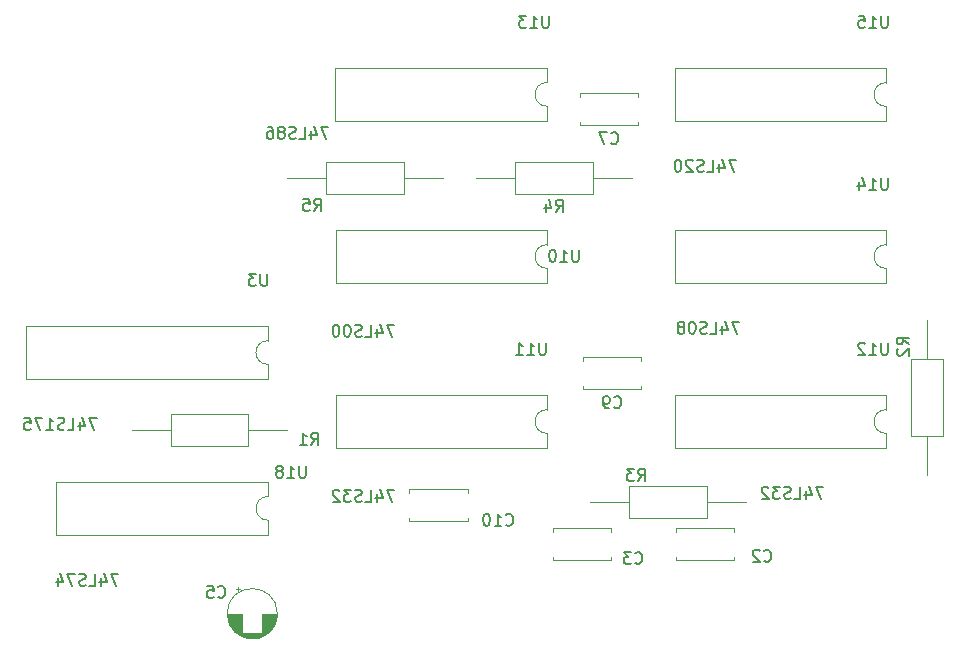
<source format=gbr>
%TF.GenerationSoftware,KiCad,Pcbnew,(6.0.7-1)-1*%
%TF.CreationDate,2022-10-12T18:16:20+11:00*%
%TF.ProjectId,CAT emulator B,43415420-656d-4756-9c61-746f7220422e,rev?*%
%TF.SameCoordinates,Original*%
%TF.FileFunction,Legend,Bot*%
%TF.FilePolarity,Positive*%
%FSLAX46Y46*%
G04 Gerber Fmt 4.6, Leading zero omitted, Abs format (unit mm)*
G04 Created by KiCad (PCBNEW (6.0.7-1)-1) date 2022-10-12 18:16:20*
%MOMM*%
%LPD*%
G01*
G04 APERTURE LIST*
%ADD10C,0.150000*%
%ADD11C,0.120000*%
G04 APERTURE END LIST*
D10*
%TO.C,R2*%
X249626380Y-97877333D02*
X249150190Y-97544000D01*
X249626380Y-97305904D02*
X248626380Y-97305904D01*
X248626380Y-97686857D01*
X248674000Y-97782095D01*
X248721619Y-97829714D01*
X248816857Y-97877333D01*
X248959714Y-97877333D01*
X249054952Y-97829714D01*
X249102571Y-97782095D01*
X249150190Y-97686857D01*
X249150190Y-97305904D01*
X248721619Y-98258285D02*
X248674000Y-98305904D01*
X248626380Y-98401142D01*
X248626380Y-98639238D01*
X248674000Y-98734476D01*
X248721619Y-98782095D01*
X248816857Y-98829714D01*
X248912095Y-98829714D01*
X249054952Y-98782095D01*
X249626380Y-98210666D01*
X249626380Y-98829714D01*
%TO.C,U18*%
X198596095Y-108164380D02*
X198596095Y-108973904D01*
X198548476Y-109069142D01*
X198500857Y-109116761D01*
X198405619Y-109164380D01*
X198215142Y-109164380D01*
X198119904Y-109116761D01*
X198072285Y-109069142D01*
X198024666Y-108973904D01*
X198024666Y-108164380D01*
X197024666Y-109164380D02*
X197596095Y-109164380D01*
X197310380Y-109164380D02*
X197310380Y-108164380D01*
X197405619Y-108307238D01*
X197500857Y-108402476D01*
X197596095Y-108450095D01*
X196453238Y-108592952D02*
X196548476Y-108545333D01*
X196596095Y-108497714D01*
X196643714Y-108402476D01*
X196643714Y-108354857D01*
X196596095Y-108259619D01*
X196548476Y-108212000D01*
X196453238Y-108164380D01*
X196262761Y-108164380D01*
X196167523Y-108212000D01*
X196119904Y-108259619D01*
X196072285Y-108354857D01*
X196072285Y-108402476D01*
X196119904Y-108497714D01*
X196167523Y-108545333D01*
X196262761Y-108592952D01*
X196453238Y-108592952D01*
X196548476Y-108640571D01*
X196596095Y-108688190D01*
X196643714Y-108783428D01*
X196643714Y-108973904D01*
X196596095Y-109069142D01*
X196548476Y-109116761D01*
X196453238Y-109164380D01*
X196262761Y-109164380D01*
X196167523Y-109116761D01*
X196119904Y-109069142D01*
X196072285Y-108973904D01*
X196072285Y-108783428D01*
X196119904Y-108688190D01*
X196167523Y-108640571D01*
X196262761Y-108592952D01*
X182728857Y-117308380D02*
X182062190Y-117308380D01*
X182490761Y-118308380D01*
X181252666Y-117641714D02*
X181252666Y-118308380D01*
X181490761Y-117260761D02*
X181728857Y-117975047D01*
X181109809Y-117975047D01*
X180252666Y-118308380D02*
X180728857Y-118308380D01*
X180728857Y-117308380D01*
X179966952Y-118260761D02*
X179824095Y-118308380D01*
X179586000Y-118308380D01*
X179490761Y-118260761D01*
X179443142Y-118213142D01*
X179395523Y-118117904D01*
X179395523Y-118022666D01*
X179443142Y-117927428D01*
X179490761Y-117879809D01*
X179586000Y-117832190D01*
X179776476Y-117784571D01*
X179871714Y-117736952D01*
X179919333Y-117689333D01*
X179966952Y-117594095D01*
X179966952Y-117498857D01*
X179919333Y-117403619D01*
X179871714Y-117356000D01*
X179776476Y-117308380D01*
X179538380Y-117308380D01*
X179395523Y-117356000D01*
X179062190Y-117308380D02*
X178395523Y-117308380D01*
X178824095Y-118308380D01*
X177586000Y-117641714D02*
X177586000Y-118308380D01*
X177824095Y-117260761D02*
X178062190Y-117975047D01*
X177443142Y-117975047D01*
%TO.C,C9*%
X224702666Y-103187142D02*
X224750285Y-103234761D01*
X224893142Y-103282380D01*
X224988380Y-103282380D01*
X225131238Y-103234761D01*
X225226476Y-103139523D01*
X225274095Y-103044285D01*
X225321714Y-102853809D01*
X225321714Y-102710952D01*
X225274095Y-102520476D01*
X225226476Y-102425238D01*
X225131238Y-102330000D01*
X224988380Y-102282380D01*
X224893142Y-102282380D01*
X224750285Y-102330000D01*
X224702666Y-102377619D01*
X224226476Y-103282380D02*
X224036000Y-103282380D01*
X223940761Y-103234761D01*
X223893142Y-103187142D01*
X223797904Y-103044285D01*
X223750285Y-102853809D01*
X223750285Y-102472857D01*
X223797904Y-102377619D01*
X223845523Y-102330000D01*
X223940761Y-102282380D01*
X224131238Y-102282380D01*
X224226476Y-102330000D01*
X224274095Y-102377619D01*
X224321714Y-102472857D01*
X224321714Y-102710952D01*
X224274095Y-102806190D01*
X224226476Y-102853809D01*
X224131238Y-102901428D01*
X223940761Y-102901428D01*
X223845523Y-102853809D01*
X223797904Y-102806190D01*
X223750285Y-102710952D01*
%TO.C,C2*%
X237402666Y-116181142D02*
X237450285Y-116228761D01*
X237593142Y-116276380D01*
X237688380Y-116276380D01*
X237831238Y-116228761D01*
X237926476Y-116133523D01*
X237974095Y-116038285D01*
X238021714Y-115847809D01*
X238021714Y-115704952D01*
X237974095Y-115514476D01*
X237926476Y-115419238D01*
X237831238Y-115324000D01*
X237688380Y-115276380D01*
X237593142Y-115276380D01*
X237450285Y-115324000D01*
X237402666Y-115371619D01*
X237021714Y-115371619D02*
X236974095Y-115324000D01*
X236878857Y-115276380D01*
X236640761Y-115276380D01*
X236545523Y-115324000D01*
X236497904Y-115371619D01*
X236450285Y-115466857D01*
X236450285Y-115562095D01*
X236497904Y-115704952D01*
X237069333Y-116276380D01*
X236450285Y-116276380D01*
%TO.C,C3*%
X226480666Y-116377642D02*
X226528285Y-116425261D01*
X226671142Y-116472880D01*
X226766380Y-116472880D01*
X226909238Y-116425261D01*
X227004476Y-116330023D01*
X227052095Y-116234785D01*
X227099714Y-116044309D01*
X227099714Y-115901452D01*
X227052095Y-115710976D01*
X227004476Y-115615738D01*
X226909238Y-115520500D01*
X226766380Y-115472880D01*
X226671142Y-115472880D01*
X226528285Y-115520500D01*
X226480666Y-115568119D01*
X226147333Y-115472880D02*
X225528285Y-115472880D01*
X225861619Y-115853833D01*
X225718761Y-115853833D01*
X225623523Y-115901452D01*
X225575904Y-115949071D01*
X225528285Y-116044309D01*
X225528285Y-116282404D01*
X225575904Y-116377642D01*
X225623523Y-116425261D01*
X225718761Y-116472880D01*
X226004476Y-116472880D01*
X226099714Y-116425261D01*
X226147333Y-116377642D01*
%TO.C,R1*%
X199048666Y-106370380D02*
X199382000Y-105894190D01*
X199620095Y-106370380D02*
X199620095Y-105370380D01*
X199239142Y-105370380D01*
X199143904Y-105418000D01*
X199096285Y-105465619D01*
X199048666Y-105560857D01*
X199048666Y-105703714D01*
X199096285Y-105798952D01*
X199143904Y-105846571D01*
X199239142Y-105894190D01*
X199620095Y-105894190D01*
X198096285Y-106370380D02*
X198667714Y-106370380D01*
X198382000Y-106370380D02*
X198382000Y-105370380D01*
X198477238Y-105513238D01*
X198572476Y-105608476D01*
X198667714Y-105656095D01*
%TO.C,U14*%
X247872095Y-83780380D02*
X247872095Y-84589904D01*
X247824476Y-84685142D01*
X247776857Y-84732761D01*
X247681619Y-84780380D01*
X247491142Y-84780380D01*
X247395904Y-84732761D01*
X247348285Y-84685142D01*
X247300666Y-84589904D01*
X247300666Y-83780380D01*
X246300666Y-84780380D02*
X246872095Y-84780380D01*
X246586380Y-84780380D02*
X246586380Y-83780380D01*
X246681619Y-83923238D01*
X246776857Y-84018476D01*
X246872095Y-84066095D01*
X245443523Y-84113714D02*
X245443523Y-84780380D01*
X245681619Y-83732761D02*
X245919714Y-84447047D01*
X245300666Y-84447047D01*
X235306857Y-95972380D02*
X234640190Y-95972380D01*
X235068761Y-96972380D01*
X233830666Y-96305714D02*
X233830666Y-96972380D01*
X234068761Y-95924761D02*
X234306857Y-96639047D01*
X233687809Y-96639047D01*
X232830666Y-96972380D02*
X233306857Y-96972380D01*
X233306857Y-95972380D01*
X232544952Y-96924761D02*
X232402095Y-96972380D01*
X232164000Y-96972380D01*
X232068761Y-96924761D01*
X232021142Y-96877142D01*
X231973523Y-96781904D01*
X231973523Y-96686666D01*
X232021142Y-96591428D01*
X232068761Y-96543809D01*
X232164000Y-96496190D01*
X232354476Y-96448571D01*
X232449714Y-96400952D01*
X232497333Y-96353333D01*
X232544952Y-96258095D01*
X232544952Y-96162857D01*
X232497333Y-96067619D01*
X232449714Y-96020000D01*
X232354476Y-95972380D01*
X232116380Y-95972380D01*
X231973523Y-96020000D01*
X231354476Y-95972380D02*
X231259238Y-95972380D01*
X231164000Y-96020000D01*
X231116380Y-96067619D01*
X231068761Y-96162857D01*
X231021142Y-96353333D01*
X231021142Y-96591428D01*
X231068761Y-96781904D01*
X231116380Y-96877142D01*
X231164000Y-96924761D01*
X231259238Y-96972380D01*
X231354476Y-96972380D01*
X231449714Y-96924761D01*
X231497333Y-96877142D01*
X231544952Y-96781904D01*
X231592571Y-96591428D01*
X231592571Y-96353333D01*
X231544952Y-96162857D01*
X231497333Y-96067619D01*
X231449714Y-96020000D01*
X231354476Y-95972380D01*
X230449714Y-96400952D02*
X230544952Y-96353333D01*
X230592571Y-96305714D01*
X230640190Y-96210476D01*
X230640190Y-96162857D01*
X230592571Y-96067619D01*
X230544952Y-96020000D01*
X230449714Y-95972380D01*
X230259238Y-95972380D01*
X230164000Y-96020000D01*
X230116380Y-96067619D01*
X230068761Y-96162857D01*
X230068761Y-96210476D01*
X230116380Y-96305714D01*
X230164000Y-96353333D01*
X230259238Y-96400952D01*
X230449714Y-96400952D01*
X230544952Y-96448571D01*
X230592571Y-96496190D01*
X230640190Y-96591428D01*
X230640190Y-96781904D01*
X230592571Y-96877142D01*
X230544952Y-96924761D01*
X230449714Y-96972380D01*
X230259238Y-96972380D01*
X230164000Y-96924761D01*
X230116380Y-96877142D01*
X230068761Y-96781904D01*
X230068761Y-96591428D01*
X230116380Y-96496190D01*
X230164000Y-96448571D01*
X230259238Y-96400952D01*
%TO.C,R4*%
X219772666Y-86642380D02*
X220106000Y-86166190D01*
X220344095Y-86642380D02*
X220344095Y-85642380D01*
X219963142Y-85642380D01*
X219867904Y-85690000D01*
X219820285Y-85737619D01*
X219772666Y-85832857D01*
X219772666Y-85975714D01*
X219820285Y-86070952D01*
X219867904Y-86118571D01*
X219963142Y-86166190D01*
X220344095Y-86166190D01*
X218915523Y-85975714D02*
X218915523Y-86642380D01*
X219153619Y-85594761D02*
X219391714Y-86309047D01*
X218772666Y-86309047D01*
%TO.C,U10*%
X221710095Y-89876380D02*
X221710095Y-90685904D01*
X221662476Y-90781142D01*
X221614857Y-90828761D01*
X221519619Y-90876380D01*
X221329142Y-90876380D01*
X221233904Y-90828761D01*
X221186285Y-90781142D01*
X221138666Y-90685904D01*
X221138666Y-89876380D01*
X220138666Y-90876380D02*
X220710095Y-90876380D01*
X220424380Y-90876380D02*
X220424380Y-89876380D01*
X220519619Y-90019238D01*
X220614857Y-90114476D01*
X220710095Y-90162095D01*
X219519619Y-89876380D02*
X219424380Y-89876380D01*
X219329142Y-89924000D01*
X219281523Y-89971619D01*
X219233904Y-90066857D01*
X219186285Y-90257333D01*
X219186285Y-90495428D01*
X219233904Y-90685904D01*
X219281523Y-90781142D01*
X219329142Y-90828761D01*
X219424380Y-90876380D01*
X219519619Y-90876380D01*
X219614857Y-90828761D01*
X219662476Y-90781142D01*
X219710095Y-90685904D01*
X219757714Y-90495428D01*
X219757714Y-90257333D01*
X219710095Y-90066857D01*
X219662476Y-89971619D01*
X219614857Y-89924000D01*
X219519619Y-89876380D01*
X206096857Y-96226380D02*
X205430190Y-96226380D01*
X205858761Y-97226380D01*
X204620666Y-96559714D02*
X204620666Y-97226380D01*
X204858761Y-96178761D02*
X205096857Y-96893047D01*
X204477809Y-96893047D01*
X203620666Y-97226380D02*
X204096857Y-97226380D01*
X204096857Y-96226380D01*
X203334952Y-97178761D02*
X203192095Y-97226380D01*
X202954000Y-97226380D01*
X202858761Y-97178761D01*
X202811142Y-97131142D01*
X202763523Y-97035904D01*
X202763523Y-96940666D01*
X202811142Y-96845428D01*
X202858761Y-96797809D01*
X202954000Y-96750190D01*
X203144476Y-96702571D01*
X203239714Y-96654952D01*
X203287333Y-96607333D01*
X203334952Y-96512095D01*
X203334952Y-96416857D01*
X203287333Y-96321619D01*
X203239714Y-96274000D01*
X203144476Y-96226380D01*
X202906380Y-96226380D01*
X202763523Y-96274000D01*
X202144476Y-96226380D02*
X202049238Y-96226380D01*
X201954000Y-96274000D01*
X201906380Y-96321619D01*
X201858761Y-96416857D01*
X201811142Y-96607333D01*
X201811142Y-96845428D01*
X201858761Y-97035904D01*
X201906380Y-97131142D01*
X201954000Y-97178761D01*
X202049238Y-97226380D01*
X202144476Y-97226380D01*
X202239714Y-97178761D01*
X202287333Y-97131142D01*
X202334952Y-97035904D01*
X202382571Y-96845428D01*
X202382571Y-96607333D01*
X202334952Y-96416857D01*
X202287333Y-96321619D01*
X202239714Y-96274000D01*
X202144476Y-96226380D01*
X201192095Y-96226380D02*
X201096857Y-96226380D01*
X201001619Y-96274000D01*
X200954000Y-96321619D01*
X200906380Y-96416857D01*
X200858761Y-96607333D01*
X200858761Y-96845428D01*
X200906380Y-97035904D01*
X200954000Y-97131142D01*
X201001619Y-97178761D01*
X201096857Y-97226380D01*
X201192095Y-97226380D01*
X201287333Y-97178761D01*
X201334952Y-97131142D01*
X201382571Y-97035904D01*
X201430190Y-96845428D01*
X201430190Y-96607333D01*
X201382571Y-96416857D01*
X201334952Y-96321619D01*
X201287333Y-96274000D01*
X201192095Y-96226380D01*
%TO.C,U3*%
X195325904Y-91908380D02*
X195325904Y-92717904D01*
X195278285Y-92813142D01*
X195230666Y-92860761D01*
X195135428Y-92908380D01*
X194944952Y-92908380D01*
X194849714Y-92860761D01*
X194802095Y-92813142D01*
X194754476Y-92717904D01*
X194754476Y-91908380D01*
X194373523Y-91908380D02*
X193754476Y-91908380D01*
X194087809Y-92289333D01*
X193944952Y-92289333D01*
X193849714Y-92336952D01*
X193802095Y-92384571D01*
X193754476Y-92479809D01*
X193754476Y-92717904D01*
X193802095Y-92813142D01*
X193849714Y-92860761D01*
X193944952Y-92908380D01*
X194230666Y-92908380D01*
X194325904Y-92860761D01*
X194373523Y-92813142D01*
X180919047Y-104100380D02*
X180252380Y-104100380D01*
X180680952Y-105100380D01*
X179442857Y-104433714D02*
X179442857Y-105100380D01*
X179680952Y-104052761D02*
X179919047Y-104767047D01*
X179300000Y-104767047D01*
X178442857Y-105100380D02*
X178919047Y-105100380D01*
X178919047Y-104100380D01*
X178157142Y-105052761D02*
X178014285Y-105100380D01*
X177776190Y-105100380D01*
X177680952Y-105052761D01*
X177633333Y-105005142D01*
X177585714Y-104909904D01*
X177585714Y-104814666D01*
X177633333Y-104719428D01*
X177680952Y-104671809D01*
X177776190Y-104624190D01*
X177966666Y-104576571D01*
X178061904Y-104528952D01*
X178109523Y-104481333D01*
X178157142Y-104386095D01*
X178157142Y-104290857D01*
X178109523Y-104195619D01*
X178061904Y-104148000D01*
X177966666Y-104100380D01*
X177728571Y-104100380D01*
X177585714Y-104148000D01*
X176633333Y-105100380D02*
X177204761Y-105100380D01*
X176919047Y-105100380D02*
X176919047Y-104100380D01*
X177014285Y-104243238D01*
X177109523Y-104338476D01*
X177204761Y-104386095D01*
X176300000Y-104100380D02*
X175633333Y-104100380D01*
X176061904Y-105100380D01*
X174776190Y-104100380D02*
X175252380Y-104100380D01*
X175300000Y-104576571D01*
X175252380Y-104528952D01*
X175157142Y-104481333D01*
X174919047Y-104481333D01*
X174823809Y-104528952D01*
X174776190Y-104576571D01*
X174728571Y-104671809D01*
X174728571Y-104909904D01*
X174776190Y-105005142D01*
X174823809Y-105052761D01*
X174919047Y-105100380D01*
X175157142Y-105100380D01*
X175252380Y-105052761D01*
X175300000Y-105005142D01*
%TO.C,C10*%
X215526857Y-113133142D02*
X215574476Y-113180761D01*
X215717333Y-113228380D01*
X215812571Y-113228380D01*
X215955428Y-113180761D01*
X216050666Y-113085523D01*
X216098285Y-112990285D01*
X216145904Y-112799809D01*
X216145904Y-112656952D01*
X216098285Y-112466476D01*
X216050666Y-112371238D01*
X215955428Y-112276000D01*
X215812571Y-112228380D01*
X215717333Y-112228380D01*
X215574476Y-112276000D01*
X215526857Y-112323619D01*
X214574476Y-113228380D02*
X215145904Y-113228380D01*
X214860190Y-113228380D02*
X214860190Y-112228380D01*
X214955428Y-112371238D01*
X215050666Y-112466476D01*
X215145904Y-112514095D01*
X213955428Y-112228380D02*
X213860190Y-112228380D01*
X213764952Y-112276000D01*
X213717333Y-112323619D01*
X213669714Y-112418857D01*
X213622095Y-112609333D01*
X213622095Y-112847428D01*
X213669714Y-113037904D01*
X213717333Y-113133142D01*
X213764952Y-113180761D01*
X213860190Y-113228380D01*
X213955428Y-113228380D01*
X214050666Y-113180761D01*
X214098285Y-113133142D01*
X214145904Y-113037904D01*
X214193523Y-112847428D01*
X214193523Y-112609333D01*
X214145904Y-112418857D01*
X214098285Y-112323619D01*
X214050666Y-112276000D01*
X213955428Y-112228380D01*
%TO.C,U15*%
X247872095Y-70064380D02*
X247872095Y-70873904D01*
X247824476Y-70969142D01*
X247776857Y-71016761D01*
X247681619Y-71064380D01*
X247491142Y-71064380D01*
X247395904Y-71016761D01*
X247348285Y-70969142D01*
X247300666Y-70873904D01*
X247300666Y-70064380D01*
X246300666Y-71064380D02*
X246872095Y-71064380D01*
X246586380Y-71064380D02*
X246586380Y-70064380D01*
X246681619Y-70207238D01*
X246776857Y-70302476D01*
X246872095Y-70350095D01*
X245395904Y-70064380D02*
X245872095Y-70064380D01*
X245919714Y-70540571D01*
X245872095Y-70492952D01*
X245776857Y-70445333D01*
X245538761Y-70445333D01*
X245443523Y-70492952D01*
X245395904Y-70540571D01*
X245348285Y-70635809D01*
X245348285Y-70873904D01*
X245395904Y-70969142D01*
X245443523Y-71016761D01*
X245538761Y-71064380D01*
X245776857Y-71064380D01*
X245872095Y-71016761D01*
X245919714Y-70969142D01*
X235052857Y-82256380D02*
X234386190Y-82256380D01*
X234814761Y-83256380D01*
X233576666Y-82589714D02*
X233576666Y-83256380D01*
X233814761Y-82208761D02*
X234052857Y-82923047D01*
X233433809Y-82923047D01*
X232576666Y-83256380D02*
X233052857Y-83256380D01*
X233052857Y-82256380D01*
X232290952Y-83208761D02*
X232148095Y-83256380D01*
X231910000Y-83256380D01*
X231814761Y-83208761D01*
X231767142Y-83161142D01*
X231719523Y-83065904D01*
X231719523Y-82970666D01*
X231767142Y-82875428D01*
X231814761Y-82827809D01*
X231910000Y-82780190D01*
X232100476Y-82732571D01*
X232195714Y-82684952D01*
X232243333Y-82637333D01*
X232290952Y-82542095D01*
X232290952Y-82446857D01*
X232243333Y-82351619D01*
X232195714Y-82304000D01*
X232100476Y-82256380D01*
X231862380Y-82256380D01*
X231719523Y-82304000D01*
X231338571Y-82351619D02*
X231290952Y-82304000D01*
X231195714Y-82256380D01*
X230957619Y-82256380D01*
X230862380Y-82304000D01*
X230814761Y-82351619D01*
X230767142Y-82446857D01*
X230767142Y-82542095D01*
X230814761Y-82684952D01*
X231386190Y-83256380D01*
X230767142Y-83256380D01*
X230148095Y-82256380D02*
X230052857Y-82256380D01*
X229957619Y-82304000D01*
X229910000Y-82351619D01*
X229862380Y-82446857D01*
X229814761Y-82637333D01*
X229814761Y-82875428D01*
X229862380Y-83065904D01*
X229910000Y-83161142D01*
X229957619Y-83208761D01*
X230052857Y-83256380D01*
X230148095Y-83256380D01*
X230243333Y-83208761D01*
X230290952Y-83161142D01*
X230338571Y-83065904D01*
X230386190Y-82875428D01*
X230386190Y-82637333D01*
X230338571Y-82446857D01*
X230290952Y-82351619D01*
X230243333Y-82304000D01*
X230148095Y-82256380D01*
%TO.C,C5*%
X191174666Y-119229142D02*
X191222285Y-119276761D01*
X191365142Y-119324380D01*
X191460380Y-119324380D01*
X191603238Y-119276761D01*
X191698476Y-119181523D01*
X191746095Y-119086285D01*
X191793714Y-118895809D01*
X191793714Y-118752952D01*
X191746095Y-118562476D01*
X191698476Y-118467238D01*
X191603238Y-118372000D01*
X191460380Y-118324380D01*
X191365142Y-118324380D01*
X191222285Y-118372000D01*
X191174666Y-118419619D01*
X190269904Y-118324380D02*
X190746095Y-118324380D01*
X190793714Y-118800571D01*
X190746095Y-118752952D01*
X190650857Y-118705333D01*
X190412761Y-118705333D01*
X190317523Y-118752952D01*
X190269904Y-118800571D01*
X190222285Y-118895809D01*
X190222285Y-119133904D01*
X190269904Y-119229142D01*
X190317523Y-119276761D01*
X190412761Y-119324380D01*
X190650857Y-119324380D01*
X190746095Y-119276761D01*
X190793714Y-119229142D01*
%TO.C,R5*%
X199302666Y-86558380D02*
X199636000Y-86082190D01*
X199874095Y-86558380D02*
X199874095Y-85558380D01*
X199493142Y-85558380D01*
X199397904Y-85606000D01*
X199350285Y-85653619D01*
X199302666Y-85748857D01*
X199302666Y-85891714D01*
X199350285Y-85986952D01*
X199397904Y-86034571D01*
X199493142Y-86082190D01*
X199874095Y-86082190D01*
X198397904Y-85558380D02*
X198874095Y-85558380D01*
X198921714Y-86034571D01*
X198874095Y-85986952D01*
X198778857Y-85939333D01*
X198540761Y-85939333D01*
X198445523Y-85986952D01*
X198397904Y-86034571D01*
X198350285Y-86129809D01*
X198350285Y-86367904D01*
X198397904Y-86463142D01*
X198445523Y-86510761D01*
X198540761Y-86558380D01*
X198778857Y-86558380D01*
X198874095Y-86510761D01*
X198921714Y-86463142D01*
%TO.C,U11*%
X218916095Y-97750380D02*
X218916095Y-98559904D01*
X218868476Y-98655142D01*
X218820857Y-98702761D01*
X218725619Y-98750380D01*
X218535142Y-98750380D01*
X218439904Y-98702761D01*
X218392285Y-98655142D01*
X218344666Y-98559904D01*
X218344666Y-97750380D01*
X217344666Y-98750380D02*
X217916095Y-98750380D01*
X217630380Y-98750380D02*
X217630380Y-97750380D01*
X217725619Y-97893238D01*
X217820857Y-97988476D01*
X217916095Y-98036095D01*
X216392285Y-98750380D02*
X216963714Y-98750380D01*
X216678000Y-98750380D02*
X216678000Y-97750380D01*
X216773238Y-97893238D01*
X216868476Y-97988476D01*
X216963714Y-98036095D01*
X206096857Y-110196380D02*
X205430190Y-110196380D01*
X205858761Y-111196380D01*
X204620666Y-110529714D02*
X204620666Y-111196380D01*
X204858761Y-110148761D02*
X205096857Y-110863047D01*
X204477809Y-110863047D01*
X203620666Y-111196380D02*
X204096857Y-111196380D01*
X204096857Y-110196380D01*
X203334952Y-111148761D02*
X203192095Y-111196380D01*
X202954000Y-111196380D01*
X202858761Y-111148761D01*
X202811142Y-111101142D01*
X202763523Y-111005904D01*
X202763523Y-110910666D01*
X202811142Y-110815428D01*
X202858761Y-110767809D01*
X202954000Y-110720190D01*
X203144476Y-110672571D01*
X203239714Y-110624952D01*
X203287333Y-110577333D01*
X203334952Y-110482095D01*
X203334952Y-110386857D01*
X203287333Y-110291619D01*
X203239714Y-110244000D01*
X203144476Y-110196380D01*
X202906380Y-110196380D01*
X202763523Y-110244000D01*
X202430190Y-110196380D02*
X201811142Y-110196380D01*
X202144476Y-110577333D01*
X202001619Y-110577333D01*
X201906380Y-110624952D01*
X201858761Y-110672571D01*
X201811142Y-110767809D01*
X201811142Y-111005904D01*
X201858761Y-111101142D01*
X201906380Y-111148761D01*
X202001619Y-111196380D01*
X202287333Y-111196380D01*
X202382571Y-111148761D01*
X202430190Y-111101142D01*
X201430190Y-110291619D02*
X201382571Y-110244000D01*
X201287333Y-110196380D01*
X201049238Y-110196380D01*
X200954000Y-110244000D01*
X200906380Y-110291619D01*
X200858761Y-110386857D01*
X200858761Y-110482095D01*
X200906380Y-110624952D01*
X201477809Y-111196380D01*
X200858761Y-111196380D01*
%TO.C,C7*%
X224448666Y-80835142D02*
X224496285Y-80882761D01*
X224639142Y-80930380D01*
X224734380Y-80930380D01*
X224877238Y-80882761D01*
X224972476Y-80787523D01*
X225020095Y-80692285D01*
X225067714Y-80501809D01*
X225067714Y-80358952D01*
X225020095Y-80168476D01*
X224972476Y-80073238D01*
X224877238Y-79978000D01*
X224734380Y-79930380D01*
X224639142Y-79930380D01*
X224496285Y-79978000D01*
X224448666Y-80025619D01*
X224115333Y-79930380D02*
X223448666Y-79930380D01*
X223877238Y-80930380D01*
%TO.C,R3*%
X226734666Y-109418380D02*
X227068000Y-108942190D01*
X227306095Y-109418380D02*
X227306095Y-108418380D01*
X226925142Y-108418380D01*
X226829904Y-108466000D01*
X226782285Y-108513619D01*
X226734666Y-108608857D01*
X226734666Y-108751714D01*
X226782285Y-108846952D01*
X226829904Y-108894571D01*
X226925142Y-108942190D01*
X227306095Y-108942190D01*
X226401333Y-108418380D02*
X225782285Y-108418380D01*
X226115619Y-108799333D01*
X225972761Y-108799333D01*
X225877523Y-108846952D01*
X225829904Y-108894571D01*
X225782285Y-108989809D01*
X225782285Y-109227904D01*
X225829904Y-109323142D01*
X225877523Y-109370761D01*
X225972761Y-109418380D01*
X226258476Y-109418380D01*
X226353714Y-109370761D01*
X226401333Y-109323142D01*
%TO.C,U13*%
X219170095Y-70064380D02*
X219170095Y-70873904D01*
X219122476Y-70969142D01*
X219074857Y-71016761D01*
X218979619Y-71064380D01*
X218789142Y-71064380D01*
X218693904Y-71016761D01*
X218646285Y-70969142D01*
X218598666Y-70873904D01*
X218598666Y-70064380D01*
X217598666Y-71064380D02*
X218170095Y-71064380D01*
X217884380Y-71064380D02*
X217884380Y-70064380D01*
X217979619Y-70207238D01*
X218074857Y-70302476D01*
X218170095Y-70350095D01*
X217265333Y-70064380D02*
X216646285Y-70064380D01*
X216979619Y-70445333D01*
X216836761Y-70445333D01*
X216741523Y-70492952D01*
X216693904Y-70540571D01*
X216646285Y-70635809D01*
X216646285Y-70873904D01*
X216693904Y-70969142D01*
X216741523Y-71016761D01*
X216836761Y-71064380D01*
X217122476Y-71064380D01*
X217217714Y-71016761D01*
X217265333Y-70969142D01*
X200508857Y-79462380D02*
X199842190Y-79462380D01*
X200270761Y-80462380D01*
X199032666Y-79795714D02*
X199032666Y-80462380D01*
X199270761Y-79414761D02*
X199508857Y-80129047D01*
X198889809Y-80129047D01*
X198032666Y-80462380D02*
X198508857Y-80462380D01*
X198508857Y-79462380D01*
X197746952Y-80414761D02*
X197604095Y-80462380D01*
X197366000Y-80462380D01*
X197270761Y-80414761D01*
X197223142Y-80367142D01*
X197175523Y-80271904D01*
X197175523Y-80176666D01*
X197223142Y-80081428D01*
X197270761Y-80033809D01*
X197366000Y-79986190D01*
X197556476Y-79938571D01*
X197651714Y-79890952D01*
X197699333Y-79843333D01*
X197746952Y-79748095D01*
X197746952Y-79652857D01*
X197699333Y-79557619D01*
X197651714Y-79510000D01*
X197556476Y-79462380D01*
X197318380Y-79462380D01*
X197175523Y-79510000D01*
X196604095Y-79890952D02*
X196699333Y-79843333D01*
X196746952Y-79795714D01*
X196794571Y-79700476D01*
X196794571Y-79652857D01*
X196746952Y-79557619D01*
X196699333Y-79510000D01*
X196604095Y-79462380D01*
X196413619Y-79462380D01*
X196318380Y-79510000D01*
X196270761Y-79557619D01*
X196223142Y-79652857D01*
X196223142Y-79700476D01*
X196270761Y-79795714D01*
X196318380Y-79843333D01*
X196413619Y-79890952D01*
X196604095Y-79890952D01*
X196699333Y-79938571D01*
X196746952Y-79986190D01*
X196794571Y-80081428D01*
X196794571Y-80271904D01*
X196746952Y-80367142D01*
X196699333Y-80414761D01*
X196604095Y-80462380D01*
X196413619Y-80462380D01*
X196318380Y-80414761D01*
X196270761Y-80367142D01*
X196223142Y-80271904D01*
X196223142Y-80081428D01*
X196270761Y-79986190D01*
X196318380Y-79938571D01*
X196413619Y-79890952D01*
X195366000Y-79462380D02*
X195556476Y-79462380D01*
X195651714Y-79510000D01*
X195699333Y-79557619D01*
X195794571Y-79700476D01*
X195842190Y-79890952D01*
X195842190Y-80271904D01*
X195794571Y-80367142D01*
X195746952Y-80414761D01*
X195651714Y-80462380D01*
X195461238Y-80462380D01*
X195366000Y-80414761D01*
X195318380Y-80367142D01*
X195270761Y-80271904D01*
X195270761Y-80033809D01*
X195318380Y-79938571D01*
X195366000Y-79890952D01*
X195461238Y-79843333D01*
X195651714Y-79843333D01*
X195746952Y-79890952D01*
X195794571Y-79938571D01*
X195842190Y-80033809D01*
%TO.C,U12*%
X247872095Y-97750380D02*
X247872095Y-98559904D01*
X247824476Y-98655142D01*
X247776857Y-98702761D01*
X247681619Y-98750380D01*
X247491142Y-98750380D01*
X247395904Y-98702761D01*
X247348285Y-98655142D01*
X247300666Y-98559904D01*
X247300666Y-97750380D01*
X246300666Y-98750380D02*
X246872095Y-98750380D01*
X246586380Y-98750380D02*
X246586380Y-97750380D01*
X246681619Y-97893238D01*
X246776857Y-97988476D01*
X246872095Y-98036095D01*
X245919714Y-97845619D02*
X245872095Y-97798000D01*
X245776857Y-97750380D01*
X245538761Y-97750380D01*
X245443523Y-97798000D01*
X245395904Y-97845619D01*
X245348285Y-97940857D01*
X245348285Y-98036095D01*
X245395904Y-98178952D01*
X245967333Y-98750380D01*
X245348285Y-98750380D01*
X242418857Y-109942380D02*
X241752190Y-109942380D01*
X242180761Y-110942380D01*
X240942666Y-110275714D02*
X240942666Y-110942380D01*
X241180761Y-109894761D02*
X241418857Y-110609047D01*
X240799809Y-110609047D01*
X239942666Y-110942380D02*
X240418857Y-110942380D01*
X240418857Y-109942380D01*
X239656952Y-110894761D02*
X239514095Y-110942380D01*
X239276000Y-110942380D01*
X239180761Y-110894761D01*
X239133142Y-110847142D01*
X239085523Y-110751904D01*
X239085523Y-110656666D01*
X239133142Y-110561428D01*
X239180761Y-110513809D01*
X239276000Y-110466190D01*
X239466476Y-110418571D01*
X239561714Y-110370952D01*
X239609333Y-110323333D01*
X239656952Y-110228095D01*
X239656952Y-110132857D01*
X239609333Y-110037619D01*
X239561714Y-109990000D01*
X239466476Y-109942380D01*
X239228380Y-109942380D01*
X239085523Y-109990000D01*
X238752190Y-109942380D02*
X238133142Y-109942380D01*
X238466476Y-110323333D01*
X238323619Y-110323333D01*
X238228380Y-110370952D01*
X238180761Y-110418571D01*
X238133142Y-110513809D01*
X238133142Y-110751904D01*
X238180761Y-110847142D01*
X238228380Y-110894761D01*
X238323619Y-110942380D01*
X238609333Y-110942380D01*
X238704571Y-110894761D01*
X238752190Y-110847142D01*
X237752190Y-110037619D02*
X237704571Y-109990000D01*
X237609333Y-109942380D01*
X237371238Y-109942380D01*
X237276000Y-109990000D01*
X237228380Y-110037619D01*
X237180761Y-110132857D01*
X237180761Y-110228095D01*
X237228380Y-110370952D01*
X237799809Y-110942380D01*
X237180761Y-110942380D01*
D11*
%TO.C,R2*%
X249836000Y-105672000D02*
X249836000Y-99132000D01*
X249836000Y-99132000D02*
X252576000Y-99132000D01*
X252576000Y-105672000D02*
X249836000Y-105672000D01*
X251206000Y-108982000D02*
X251206000Y-105672000D01*
X251206000Y-95822000D02*
X251206000Y-99132000D01*
X252576000Y-99132000D02*
X252576000Y-105672000D01*
%TO.C,U18*%
X177486000Y-109510000D02*
X195386000Y-109510000D01*
X177486000Y-114010000D02*
X177486000Y-109510000D01*
X195386000Y-112760000D02*
X195386000Y-114010000D01*
X195386000Y-114010000D02*
X177486000Y-114010000D01*
X195386000Y-109510000D02*
X195386000Y-110760000D01*
X195386000Y-110760000D02*
G75*
G03*
X195386000Y-112760000I0J-1000000D01*
G01*
%TO.C,C9*%
X222066000Y-98960000D02*
X227006000Y-98960000D01*
X222066000Y-101700000D02*
X227006000Y-101700000D01*
X227006000Y-101700000D02*
X227006000Y-101385000D01*
X222066000Y-101700000D02*
X222066000Y-101385000D01*
X227006000Y-99275000D02*
X227006000Y-98960000D01*
X222066000Y-99275000D02*
X222066000Y-98960000D01*
%TO.C,C2*%
X229940000Y-115863000D02*
X229940000Y-116178000D01*
X229940000Y-113438000D02*
X229940000Y-113753000D01*
X234880000Y-116178000D02*
X229940000Y-116178000D01*
X234880000Y-113438000D02*
X229940000Y-113438000D01*
X234880000Y-115863000D02*
X234880000Y-116178000D01*
X234880000Y-113438000D02*
X234880000Y-113753000D01*
%TO.C,C3*%
X219486000Y-113438000D02*
X224426000Y-113438000D01*
X219486000Y-116178000D02*
X224426000Y-116178000D01*
X219486000Y-116178000D02*
X219486000Y-115863000D01*
X224426000Y-116178000D02*
X224426000Y-115863000D01*
X219486000Y-113753000D02*
X219486000Y-113438000D01*
X224426000Y-113753000D02*
X224426000Y-113438000D01*
%TO.C,R1*%
X193730000Y-106526000D02*
X187190000Y-106526000D01*
X187190000Y-106526000D02*
X187190000Y-103786000D01*
X193730000Y-103786000D02*
X193730000Y-106526000D01*
X183880000Y-105156000D02*
X187190000Y-105156000D01*
X187190000Y-103786000D02*
X193730000Y-103786000D01*
X197040000Y-105156000D02*
X193730000Y-105156000D01*
%TO.C,U14*%
X229815000Y-88189000D02*
X247715000Y-88189000D01*
X247715000Y-91439000D02*
X247715000Y-92689000D01*
X247715000Y-88189000D02*
X247715000Y-89439000D01*
X229815000Y-92689000D02*
X229815000Y-88189000D01*
X247715000Y-92689000D02*
X229815000Y-92689000D01*
X247715000Y-89439000D02*
G75*
G03*
X247715000Y-91439000I0J-1000000D01*
G01*
%TO.C,R4*%
X226186000Y-83820000D02*
X222876000Y-83820000D01*
X213026000Y-83820000D02*
X216336000Y-83820000D01*
X216336000Y-85190000D02*
X216336000Y-82450000D01*
X216336000Y-82450000D02*
X222876000Y-82450000D01*
X222876000Y-85190000D02*
X216336000Y-85190000D01*
X222876000Y-82450000D02*
X222876000Y-85190000D01*
%TO.C,U10*%
X201113000Y-88189000D02*
X219013000Y-88189000D01*
X201113000Y-92689000D02*
X201113000Y-88189000D01*
X219013000Y-92689000D02*
X201113000Y-92689000D01*
X219013000Y-91439000D02*
X219013000Y-92689000D01*
X219013000Y-88189000D02*
X219013000Y-89439000D01*
X219013000Y-89439000D02*
G75*
G03*
X219013000Y-91439000I0J-1000000D01*
G01*
%TO.C,U3*%
X174931000Y-100817000D02*
X174931000Y-96317000D01*
X195371000Y-100817000D02*
X174931000Y-100817000D01*
X195371000Y-99567000D02*
X195371000Y-100817000D01*
X195371000Y-96317000D02*
X195371000Y-97567000D01*
X174931000Y-96317000D02*
X195371000Y-96317000D01*
X195371000Y-97567000D02*
G75*
G03*
X195371000Y-99567000I0J-1000000D01*
G01*
%TO.C,C10*%
X207374000Y-112561000D02*
X207374000Y-112876000D01*
X212314000Y-110136000D02*
X207374000Y-110136000D01*
X212314000Y-112876000D02*
X207374000Y-112876000D01*
X207374000Y-110136000D02*
X207374000Y-110451000D01*
X212314000Y-110136000D02*
X212314000Y-110451000D01*
X212314000Y-112561000D02*
X212314000Y-112876000D01*
%TO.C,U15*%
X247715000Y-78973000D02*
X229815000Y-78973000D01*
X247715000Y-77723000D02*
X247715000Y-78973000D01*
X229815000Y-78973000D02*
X229815000Y-74473000D01*
X229815000Y-74473000D02*
X247715000Y-74473000D01*
X247715000Y-74473000D02*
X247715000Y-75723000D01*
X247715000Y-75723000D02*
G75*
G03*
X247715000Y-77723000I0J-1000000D01*
G01*
%TO.C,C5*%
X192167000Y-121558401D02*
X193216000Y-121558401D01*
X192088000Y-121357401D02*
X193216000Y-121357401D01*
X194896000Y-121518401D02*
X195963000Y-121518401D01*
X194896000Y-121838401D02*
X195791000Y-121838401D01*
X192802000Y-122358401D02*
X195310000Y-122358401D01*
X194896000Y-120797401D02*
X196133000Y-120797401D01*
X191977000Y-120757401D02*
X193216000Y-120757401D01*
X194896000Y-121357401D02*
X196024000Y-121357401D01*
X194896000Y-122078401D02*
X195608000Y-122078401D01*
X192205000Y-121638401D02*
X193216000Y-121638401D01*
X192296000Y-121798401D02*
X193216000Y-121798401D01*
X193686000Y-122758401D02*
X194426000Y-122758401D01*
X192031000Y-121157401D02*
X193216000Y-121157401D01*
X192578000Y-122158401D02*
X193216000Y-122158401D01*
X194896000Y-121277401D02*
X196050000Y-121277401D01*
X194896000Y-121237401D02*
X196061000Y-121237401D01*
X193288000Y-122638401D02*
X194824000Y-122638401D01*
X194896000Y-122038401D02*
X195643000Y-122038401D01*
X194896000Y-120877401D02*
X196127000Y-120877401D01*
X194896000Y-121077401D02*
X196098000Y-121077401D01*
X192914000Y-122438401D02*
X195198000Y-122438401D01*
X191979000Y-120797401D02*
X193216000Y-120797401D01*
X191989000Y-120917401D02*
X193216000Y-120917401D01*
X193519000Y-122718401D02*
X194593000Y-122718401D01*
X192149000Y-121518401D02*
X193216000Y-121518401D01*
X191982000Y-120837401D02*
X193216000Y-120837401D01*
X192856000Y-122398401D02*
X195256000Y-122398401D01*
X193116000Y-122558401D02*
X194996000Y-122558401D01*
X194896000Y-121878401D02*
X195764000Y-121878401D01*
X193043000Y-122518401D02*
X195069000Y-122518401D01*
X192062000Y-121277401D02*
X193216000Y-121277401D01*
X192376000Y-121918401D02*
X193216000Y-121918401D01*
X192074000Y-121317401D02*
X193216000Y-121317401D01*
X194896000Y-120917401D02*
X196123000Y-120917401D01*
X192321000Y-121838401D02*
X193216000Y-121838401D01*
X192406000Y-121958401D02*
X193216000Y-121958401D01*
X194896000Y-120757401D02*
X196135000Y-120757401D01*
X192051000Y-121237401D02*
X193216000Y-121237401D01*
X194896000Y-120677401D02*
X196136000Y-120677401D01*
X192469000Y-122038401D02*
X193216000Y-122038401D01*
X192116000Y-121438401D02*
X193216000Y-121438401D01*
X194896000Y-120997401D02*
X196112000Y-120997401D01*
X191994000Y-120957401D02*
X193216000Y-120957401D01*
X192132000Y-121478401D02*
X193216000Y-121478401D01*
X191976000Y-120717401D02*
X193216000Y-120717401D01*
X194896000Y-121958401D02*
X195706000Y-121958401D01*
X194896000Y-121157401D02*
X196081000Y-121157401D01*
X194896000Y-121798401D02*
X195816000Y-121798401D01*
X194896000Y-121478401D02*
X195980000Y-121478401D01*
X192976000Y-122478401D02*
X195136000Y-122478401D01*
X192040000Y-121197401D02*
X193216000Y-121197401D01*
X192102000Y-121398401D02*
X193216000Y-121398401D01*
X192226000Y-121678401D02*
X193216000Y-121678401D01*
X193197000Y-122598401D02*
X194915000Y-122598401D01*
X194896000Y-121438401D02*
X195996000Y-121438401D01*
X192000000Y-120997401D02*
X193216000Y-120997401D01*
X192540000Y-122118401D02*
X193216000Y-122118401D01*
X194896000Y-120837401D02*
X196130000Y-120837401D01*
X192348000Y-121878401D02*
X193216000Y-121878401D01*
X194896000Y-121678401D02*
X195886000Y-121678401D01*
X194896000Y-122158401D02*
X195534000Y-122158401D01*
X194896000Y-122238401D02*
X195452000Y-122238401D01*
X191985000Y-120877401D02*
X193216000Y-120877401D01*
X193392000Y-122678401D02*
X194720000Y-122678401D01*
X192861000Y-118407600D02*
X192861000Y-118807600D01*
X192248000Y-121718401D02*
X193216000Y-121718401D01*
X192186000Y-121598401D02*
X193216000Y-121598401D01*
X192504000Y-122078401D02*
X193216000Y-122078401D01*
X194896000Y-121758401D02*
X195841000Y-121758401D01*
X192660000Y-122238401D02*
X193216000Y-122238401D01*
X192022000Y-121117401D02*
X193216000Y-121117401D01*
X191976000Y-120677401D02*
X193216000Y-120677401D01*
X194896000Y-121197401D02*
X196072000Y-121197401D01*
X194896000Y-122118401D02*
X195572000Y-122118401D01*
X194896000Y-122198401D02*
X195494000Y-122198401D01*
X194896000Y-121998401D02*
X195675000Y-121998401D01*
X192006000Y-121037401D02*
X193216000Y-121037401D01*
X194896000Y-121398401D02*
X196010000Y-121398401D01*
X194896000Y-121638401D02*
X195907000Y-121638401D01*
X194896000Y-121117401D02*
X196090000Y-121117401D01*
X192661000Y-118607600D02*
X193061000Y-118607600D01*
X194896000Y-121718401D02*
X195864000Y-121718401D01*
X192705000Y-122278401D02*
X195407000Y-122278401D01*
X194896000Y-121037401D02*
X196106000Y-121037401D01*
X194896000Y-121317401D02*
X196038000Y-121317401D01*
X192437000Y-121998401D02*
X193216000Y-121998401D01*
X194896000Y-121918401D02*
X195736000Y-121918401D01*
X192271000Y-121758401D02*
X193216000Y-121758401D01*
X192752000Y-122318401D02*
X195360000Y-122318401D01*
X192014000Y-121077401D02*
X193216000Y-121077401D01*
X192618000Y-122198401D02*
X193216000Y-122198401D01*
X194896000Y-120717401D02*
X196136000Y-120717401D01*
X194896000Y-121558401D02*
X195945000Y-121558401D01*
X194896000Y-121598401D02*
X195926000Y-121598401D01*
X194896000Y-120957401D02*
X196118000Y-120957401D01*
X196176000Y-120677401D02*
G75*
G03*
X196176000Y-120677401I-2120000J0D01*
G01*
%TO.C,R5*%
X200334000Y-85190000D02*
X200334000Y-82450000D01*
X197024000Y-83820000D02*
X200334000Y-83820000D01*
X206874000Y-82450000D02*
X206874000Y-85190000D01*
X210184000Y-83820000D02*
X206874000Y-83820000D01*
X200334000Y-82450000D02*
X206874000Y-82450000D01*
X206874000Y-85190000D02*
X200334000Y-85190000D01*
%TO.C,U11*%
X201113000Y-106659000D02*
X201113000Y-102159000D01*
X201113000Y-102159000D02*
X219013000Y-102159000D01*
X219013000Y-106659000D02*
X201113000Y-106659000D01*
X219013000Y-105409000D02*
X219013000Y-106659000D01*
X219013000Y-102159000D02*
X219013000Y-103409000D01*
X219013000Y-103409000D02*
G75*
G03*
X219013000Y-105409000I0J-1000000D01*
G01*
%TO.C,C7*%
X226752000Y-76923000D02*
X226752000Y-76608000D01*
X221812000Y-79348000D02*
X226752000Y-79348000D01*
X221812000Y-79348000D02*
X221812000Y-79033000D01*
X221812000Y-76923000D02*
X221812000Y-76608000D01*
X221812000Y-76608000D02*
X226752000Y-76608000D01*
X226752000Y-79348000D02*
X226752000Y-79033000D01*
%TO.C,R3*%
X232528000Y-112622000D02*
X225988000Y-112622000D01*
X222678000Y-111252000D02*
X225988000Y-111252000D01*
X232528000Y-109882000D02*
X232528000Y-112622000D01*
X225988000Y-112622000D02*
X225988000Y-109882000D01*
X225988000Y-109882000D02*
X232528000Y-109882000D01*
X235838000Y-111252000D02*
X232528000Y-111252000D01*
%TO.C,U13*%
X219008000Y-77708000D02*
X219008000Y-78958000D01*
X219008000Y-78958000D02*
X201108000Y-78958000D01*
X219008000Y-74458000D02*
X219008000Y-75708000D01*
X201108000Y-78958000D02*
X201108000Y-74458000D01*
X201108000Y-74458000D02*
X219008000Y-74458000D01*
X219008000Y-75708000D02*
G75*
G03*
X219008000Y-77708000I0J-1000000D01*
G01*
%TO.C,U12*%
X247715000Y-102159000D02*
X247715000Y-103409000D01*
X229815000Y-106659000D02*
X229815000Y-102159000D01*
X247715000Y-106659000D02*
X229815000Y-106659000D01*
X229815000Y-102159000D02*
X247715000Y-102159000D01*
X247715000Y-105409000D02*
X247715000Y-106659000D01*
X247715000Y-103409000D02*
G75*
G03*
X247715000Y-105409000I0J-1000000D01*
G01*
%TD*%
M02*

</source>
